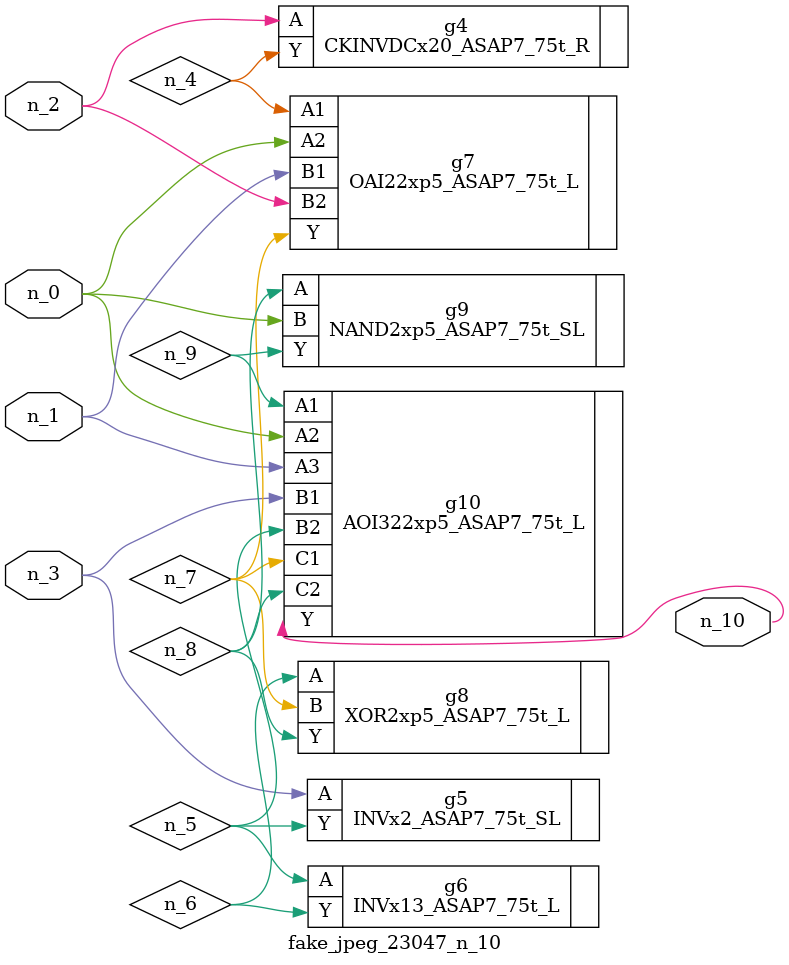
<source format=v>
module fake_jpeg_23047_n_10 (n_0, n_3, n_2, n_1, n_10);

input n_0;
input n_3;
input n_2;
input n_1;

output n_10;

wire n_4;
wire n_8;
wire n_9;
wire n_6;
wire n_5;
wire n_7;

CKINVDCx20_ASAP7_75t_R g4 ( 
.A(n_2),
.Y(n_4)
);

INVx2_ASAP7_75t_SL g5 ( 
.A(n_3),
.Y(n_5)
);

INVx13_ASAP7_75t_L g6 ( 
.A(n_5),
.Y(n_6)
);

XOR2xp5_ASAP7_75t_L g8 ( 
.A(n_6),
.B(n_7),
.Y(n_8)
);

OAI22xp5_ASAP7_75t_L g7 ( 
.A1(n_4),
.A2(n_0),
.B1(n_1),
.B2(n_2),
.Y(n_7)
);

NAND2xp5_ASAP7_75t_SL g9 ( 
.A(n_8),
.B(n_0),
.Y(n_9)
);

AOI322xp5_ASAP7_75t_L g10 ( 
.A1(n_9),
.A2(n_0),
.A3(n_1),
.B1(n_3),
.B2(n_5),
.C1(n_7),
.C2(n_8),
.Y(n_10)
);


endmodule
</source>
